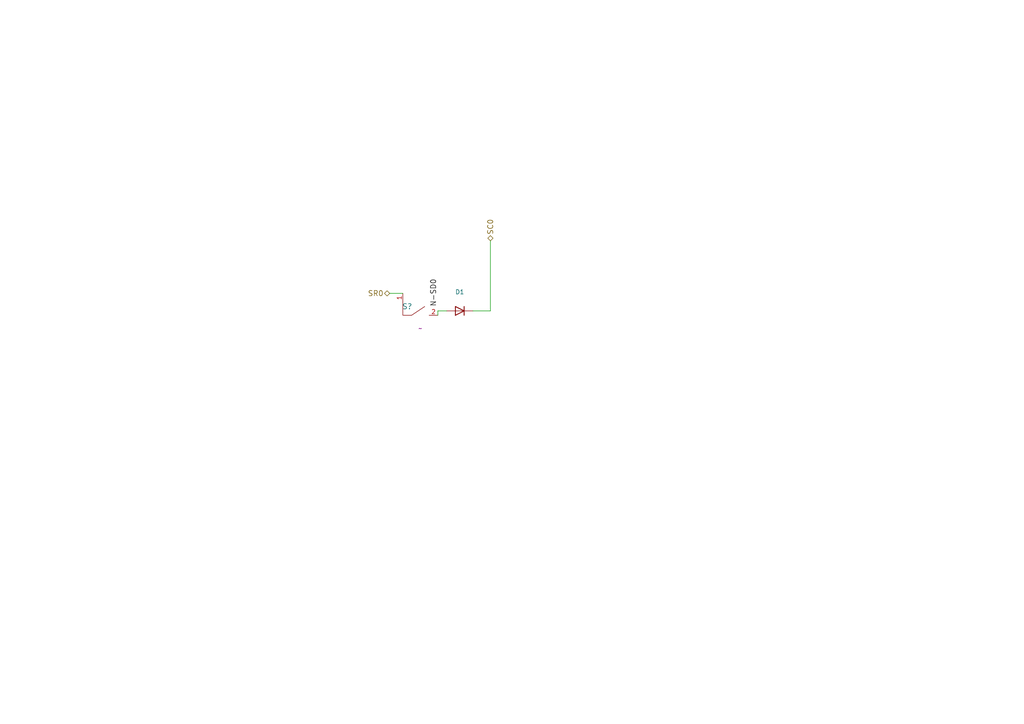
<source format=kicad_sch>
(kicad_sch (version 20211123) (generator eeschema)
  (paper "A4")
  (title_block (date "15 sep 2015"))
  (lib_symbols
    (symbol "Device:D" (pin_numbers hide) (pin_names (offset 1.016) hide)
      (property "Reference" "D" (at 0 2.54 0))
      (property "Value" "D" (at 0 -2.54 0))
      (symbol "D_0_1"
        (polyline (pts (xy -1.27 1.27) (xy -1.27 -1.27)) (stroke (width 0.254)))
        (polyline (pts (xy 1.27 0) (xy -1.27 0)))
        (polyline (pts (xy 1.27 1.27) (xy 1.27 -1.27) (xy -1.27 0) (xy 1.27 1.27)) (stroke (width 0.254)))
      )
      (symbol "D_1_1"
        (pin passive line (at -3.81 0 0) (length 2.54) (name "K") (number "1"))
        (pin passive line (at 3.81 0 180) (length 2.54) (name "A") (number "2"))
      )
    )
    (symbol "amoeba-king-rescue:MX1A-amoeba-rescue-amoeba-royale-rescue" (pin_names (offset 1.016))
      (property "Reference" "S" (at -3.81 6.35 0))
      (property "Value" "MX1A-amoeba-rescue-amoeba-royale-rescue" (at 0 2.54 0))
      (symbol "MX1A-amoeba-rescue-amoeba-royale-rescue_0_1"
        (polyline (pts (xy -2.54 3.81) (xy 1.27 6.35)))
        (polyline (pts (xy -5.08 7.62) (xy -5.08 3.81) (xy -2.54 3.81)))
      )
      (symbol "MX1A-amoeba-rescue-amoeba-royale-rescue_1_1"
        (pin passive line (at -5.08 10.16 270) (length 2.54) (name "~") (number "1"))
        (pin passive line (at 5.08 3.81 180) (length 2.54) (name "~") (number "2"))
      )
    )
  )
  (wire (pts (xy 137.16 90.17) (xy 142.24 90.17)))
  (wire (pts (xy 129.54 90.17) (xy 127 90.17)))
  (wire (pts (xy 142.24 69.85) (xy 142.24 90.17)))
  (wire (pts (xy 127 90.17) (xy 127 91.44)))
  (wire (pts (xy 116.84 85.09) (xy 113.03 85.09)))
  (label "N-SD0" (at 127 88.9 90) (effects (font (size 1.524 1.524))))
  (hierarchical_label "SC0" (shape bidirectional) (at 142.24 69.85 90) (effects (font (size 1.524 1.524))))
  (hierarchical_label "SR0" (shape bidirectional) (at 113.03 85.09 180) (effects (font (size 1.524 1.524))))
  (symbol (lib_id "amoeba-king-rescue:MX1A-amoeba-rescue-amoeba-royale-rescue") (at 121.92 95.25 0) (unit 1)
    (property "Reference" "S?" (at 118.11 88.9 0) (effects (font (size 1.524 1.524))))
    (property "Datasheet" "~" (at 121.92 95.25 0) (effects (font (size 1.524 1.524))))
  )
  (symbol (lib_id "Device:D") (at 133.35 90.17 180) (unit 1)
    (property "Reference" "D1" (at 133.35 84.6836 0))
  )
)
</source>
